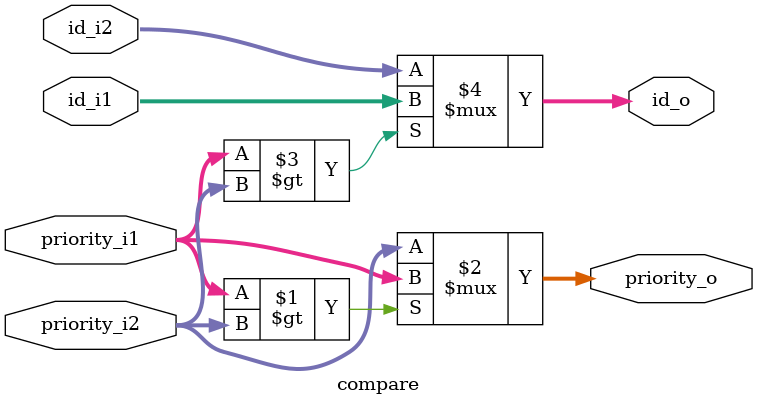
<source format=v>
module compare(
input[2:0]priority_i1,
input[3:0]id_i1,
input[2:0]priority_i2,
input[3:0]id_i2,
output[2:0]priority_o,
output[3:0]id_o);
assign priority_o=(priority_i1 > priority_i2) ? priority_i1 : priority_i2;
assign id_o		 =(priority_i1 > priority_i2)	? id_i1		  :id_i2;
endmodule
</source>
